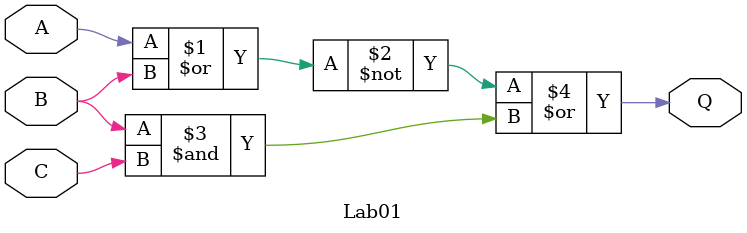
<source format=sv>
`timescale 1ns / 1ps


module Lab01(
    input A,
    input B,
    input C,
    output Q
    );
    assign Q=~(A|B)|(B&C);
    
endmodule

</source>
